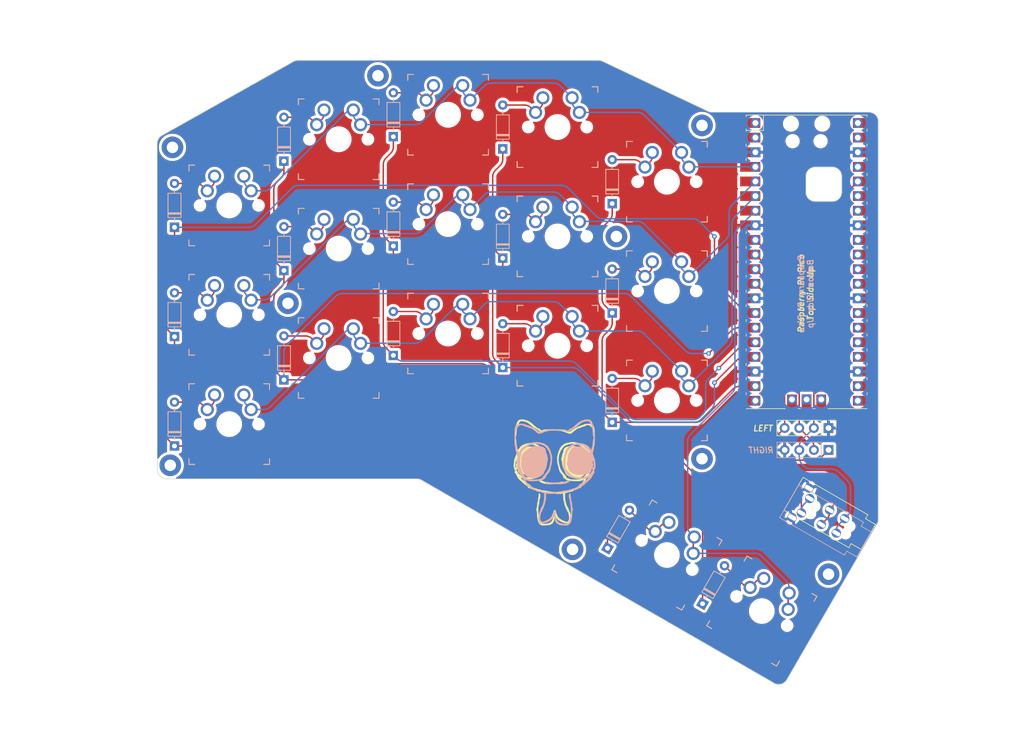
<source format=kicad_pcb>
(kicad_pcb (version 20221018) (generator pcbnew)
  (title_block (title "Eobard Split Keyboard") (date "2024-01-12") (rev "0.2.8") (company "by viniciusbrit"))
  (layers (0 "F.Cu" signal) (31 "B.Cu" signal) (34 "B.Paste" user) (35 "F.Paste" user) (36 "B.SilkS" user "B.Silkscreen") (37 "F.SilkS" user "F.Silkscreen") (38 "B.Mask" user) (39 "F.Mask" user) (44 "Edge.Cuts" user))
  (net 0 "")
  (net 1 "COL1")
  (net 2 "Net-(D1-A)")
  (net 3 "COL2")
  (net 4 "Net-(D2-A)")
  (net 5 "COL3")
  (net 6 "Net-(D3-A)")
  (net 7 "COL4")
  (net 8 "Net-(D4-A)")
  (net 9 "COL5")
  (net 10 "Net-(D5-A)")
  (net 11 "Net-(D6-A)")
  (net 12 "Net-(D7-A)")
  (net 13 "Net-(D8-A)")
  (net 14 "Net-(D9-A)")
  (net 15 "Net-(D10-A)")
  (net 16 "Net-(D11-A)")
  (net 17 "Net-(D12-A)")
  (net 18 "Net-(D13-A)")
  (net 19 "Net-(D14-A)")
  (net 20 "Net-(D15-A)")
  (net 21 "Net-(D16-A)")
  (net 22 "Net-(D17-A)")
  (net 23 "GND")
  (net 24 "UART RX")
  (net 25 "UART TX")
  (net 26 "OLED_SCL")
  (net 27 "OLED_SDA")
  (net 28 "VCC")
  (net 29 "LINE1")
  (net 30 "LINE2")
  (net 31 "LINE3")
  (net 32 "LINE4")
  (footprint "keyswitches:SW_MX_reversible" (layer "F.Cu") (at 109.5 52.695)
    (fp_text reference "SW2" hide)
    (fp_text value "SW_SPST")
  )
  (footprint "keyswitches:SW_MX_reversible" (layer "F.Cu") (at 128.5 67.445)
    (fp_text reference "SW8" hide)
    (fp_text value "SW_SPST")
  )
  (footprint "keyswitches:SW_MX_reversible" (layer "F.Cu") (at 109.5 71.695)
    (fp_text reference "SW7" hide)
    (fp_text value "SW_SPST")
  )
  (footprint "keyswitches:SW_MX_reversible" (layer "F.Cu") (at 166.5 98.07)
    (fp_text reference "SW15" hide)
    (fp_text value "SW_SPST")
  )
  (footprint "keyswitches:SW_MX_reversible" (layer "F.Cu") (at 147.5 88.57)
    (fp_text reference "SW14" hide)
    (fp_text value "SW_SPST")
  )
  (footprint "Diode_THT:D_DO-35_SOD27_P7.62mm_Horizontal" (layer "F.Cu") (at 119 71.245 90)
    (fp_text reference "D8" hide)
    (fp_text value "1N4148")
  )
  (footprint "Diode_THT:D_DO-35_SOD27_P7.62mm_Horizontal" (layer "F.Cu") (at 100 56.495 90)
    (fp_text reference "D2" hide)
    (fp_text value "1N4148")
  )
  (footprint "keyswitches:SW_MX_reversible" (layer "F.Cu") (at 147.5 50.57)
    (fp_text reference "SW4" hide)
    (fp_text value "SW_SPST")
  )
  (footprint "keyswitches:SW_MX_reversible" (layer "F.Cu") (at 147.5 69.57)
    (fp_text reference "SW9" hide)
    (fp_text value "SW_SPST")
  )
  (footprint "Diode_THT:D_DO-35_SOD27_P7.62mm_Horizontal" (layer "F.Cu") (at 119 90.245 90)
    (fp_text reference "D13" hide)
    (fp_text value "1N4148")
  )
  (footprint "Diode_THT:D_DO-35_SOD27_P7.62mm_Horizontal" (layer "F.Cu") (at 138 54.37 90)
    (fp_text reference "D4" hide)
    (fp_text value "1N4148")
  )
  (footprint "Connector_PinHeader_2.54mm:PinHeader_1x04_P2.54mm_Vertical" (layer "F.Cu") (at 194.554 102.87 -90)
    (fp_text reference "J4" hide)
    (fp_text value "LEFT SSD1306 0.91 OLED 4pin")
  )
  (footprint "keyswitches:SW_MX_reversible" (layer "F.Cu") (at 182.976 134.673 -30)
    (fp_text reference "SW17" hide)
    (fp_text value "SW_SPST")
  )
  (footprint "keyswitches:SW_MX_reversible" (layer "F.Cu") (at 90.5 64.195)
    (fp_text reference "SW1" hide)
    (fp_text value "SW_SPST")
  )
  (footprint "MCU_RaspberryPi_and_Boards:RPi_Pico_SMD_TH" (layer "F.Cu") (at 190.754 74)
    (fp_text reference "U1" hide)
    (fp_text value "Pico")
  )
  (footprint "Diode_THT:D_DO-35_SOD27_P7.62mm_Horizontal" (layer "F.Cu") (at 119 52.245 90)
    (fp_text reference "D3" hide)
    (fp_text value "1N4148")
  )
  (footprint "keyswitches:SW_MX_reversible" (layer "F.Cu") (at 90.5 83.195)
    (fp_text reference "SW6" hide)
    (fp_text value "SW_SPST")
  )
  (footprint "keyswitches:SW_MX_reversible" (layer "F.Cu") (at 109.5 90.695)
    (fp_text reference "SW12" hide)
    (fp_text value "SW_SPST")
  )
  (footprint "keyswitches:SW_MX_reversible" (layer "F.Cu") (at 166.5 79.07)
    (fp_text reference "SW10" hide)
    (fp_text value "SW_SPST")
  )
  (footprint "Diode_THT:D_DO-35_SOD27_P7.62mm_Horizontal" (layer "F.Cu") (at 81 67.995 90)
    (fp_text reference "D1" hide)
    (fp_text value "1N4148")
  )
  (footprint "Diode_THT:D_DO-35_SOD27_P7.62mm_Horizontal" (layer "F.Cu") (at 81 86.995 90)
    (fp_text reference "D6" hide)
    (fp_text value "1N4148")
  )
  (footprint "keyswitches:SW_MX_reversible" (layer "F.Cu") (at 128.5 86.445)
    (fp_text reference "SW13" hide)
    (fp_text value "SW_SPST")
  )
  (footprint "Diode_THT:D_DO-35_SOD27_P7.62mm_Horizontal" (layer "F.Cu") (at 100 75.495 90)
    (fp_text reference "D7" hide)
    (fp_text value "1N4148")
  )
  (footprint "PJ-320A_Library:PJ-320A" (layer "F.Cu") (at 200.368031 123.703 150)
    (fp_text reference "J3" hide)
    (fp_text value "UART Jack Right")
  )
  (footprint "Diode_THT:D_DO-35_SOD27_P7.62mm_Horizontal" (layer "F.Cu") (at 157 101.87 90)
    (fp_text reference "D15" hide)
    (fp_text value "1N4148")
  )
  (footprint "Diode_THT:D_DO-35_SOD27_P7.62mm_Horizontal" (layer "F.Cu") (at 138 73.37 90)
    (fp_text reference "D9" hide)
    (fp_text value "1N4148")
  )
  (footprint "Eobard-SVG-Files:ADHD-Creature" (layer "F.Cu") (at 147 110)
    (fp_text reference "G***" hide)
    (fp_text value "LOGO" hide)
  )
  (footprint "Diode_THT:D_DO-35_SOD27_P7.62mm_Horizontal" (layer "F.Cu") (at 138 92.37 90)
    (fp_text reference "D14" hide)
    (fp_text value "1N4148")
  )
  (footprint "keyswitches:SW_MX_reversible" (layer "F.Cu") (at 166.5 124.94 -30)
    (fp_text reference "SW16" hide)
    (fp_text value "SW_SPST")
  )
  (footprint "Diode_THT:D_DO-35_SOD27_P7.62mm_Horizontal" (layer "F.Cu") (at 157 82.87 90)
    (fp_text reference "D10" hide)
    (fp_text value "1N4148")
  )
  (footprint "Diode_THT:D_DO-35_SOD27_P7.62mm_Horizontal" (layer "F.Cu") (at 81 105.995 90)
    (fp_text reference "D11" hide)
    (fp_text value "1N4148")
  )
  (footprint "keyswitches:SW_MX_reversible" (layer "F.Cu") (at 90.5 102.195)
    (fp_text reference "SW11" hide)
    (fp_text value "SW_SPST")
  )
  (footprint "Diode_THT:D_DO-35_SOD27_P7.62mm_Horizontal" (layer "F.Cu") (at 157 63.87 90)
    (fp_text reference "D5" hide)
    (fp_text value "1N4148" hide)
  )
  (footprint "keyswitches:SW_MX_reversible" (layer "F.Cu") (at 128.5 48.445)
    (fp_text reference "SW3" hide)
    (fp_text value "SW_SPST")
  )
  (footprint "Diode_THT:D_DO-35_SOD27_P7.62mm_Horizontal" (layer "F.Cu") (at 100 94.495 90)
    (fp_text reference "D12" hide)
    (fp_text value "1N4148")
  )
  (footprint "Diode_THT:D_DO-35_SOD27_P7.62mm_Horizontal" (layer "F.Cu") (at 172.689 133.400557 60)
    (fp_text reference "D17" hide)
    (fp_text value "1N4148")
  )
  (footprint "Diode_THT:D_DO-35_SOD27_P7.62mm_Horizontal" (layer "F.Cu") (at 156.179 123.748557 60)
    (fp_text reference "D16" hide)
    (fp_text value "1N4148")
  )
  (footprint "keyswitches:SW_MX_reversible" (layer "F.Cu") (at 166.5 60.07)
    (fp_text reference "SW5" hide)
    (fp_text value "SW_SPST")
  )
  (footprint "Diode_THT:D_DO-35_SOD27_P7.62mm_Horizontal" (layer "B.Cu") (at 138 73.37 90)
    (fp_text reference "D9" hide)
    (fp_text value "1N4148")
  )
  (footprint "Diode_THT:D_DO-35_SOD27_P7.62mm_Horizontal" (layer "B.Cu") (at 172.689 133.400557 60)
    (fp_text reference "D17" hide)
    (fp_text value "1N4148")
  )
  (footprint "Diode_THT:D_DO-35_SOD27_P7.62mm_Horizontal" (layer "B.Cu") (at 157 63.87 90)
    (fp_text reference "D5" hide)
    (fp_text value "1N4148" hide)
  )
  (footprint "Diode_THT:D_DO-35_SOD27_P7.62mm_Horizontal" (layer "B.Cu") (at 156.179 123.748557 60)
    (fp_text reference "D16" hide)
    (fp_text value "1N4148")
  )
  (footprint "Diode_THT:D_DO-35_SOD27_P7.62mm_Horizontal" (layer "B.Cu") (at 81 67.995 90)
    (fp_text reference "D1" hide)
    (fp_text value "1N4148")
  )
  (footprint "Diode_THT:D_DO-35_SOD27_P7.62mm_Horizontal" (layer "B.Cu") (at 119 52.245 90)
    (fp_text reference "D3" hide)
    (fp_text value "1N4148")
  )
  (footprint "Diode_THT:D_DO-35_SOD27_P7.62mm_Horizontal" (layer "B.Cu") (at 81 105.995 90)
    (fp_text reference "D11" hide)
    (fp_text value "1N4148")
  )
  (footprint "Diode_THT:D_DO-35_SOD27_P7.62mm_Horizontal" (layer "B.Cu") (at 157 82.87 90)
    (fp_text reference "D10" hide)
    (fp_text value "1N4148")
  )
  (footprint "Diode_THT:D_DO-35_SOD27_P7.62mm_Horizontal" (layer "B.Cu") (at 100 75.495 90)
    (fp_text reference "D7" hide)
    (fp_text value "1N4148")
  )
  (footprint "Diode_THT:D_DO-35_SOD27_P7.62mm_Horizontal" (layer "B.Cu") (at 138 54.37 90)
    (fp_text reference "D4" hide)
    (fp_text value "1N4148")
  )
  (footprint "Diode_THT:D_DO-35_SOD27_P7.62mm_Horizontal" (layer "B.Cu") (at 119 90.245 90)
    (fp_text reference "D13" hide)
    (fp_text value "1N4148")
  )
  (footprint "Eobard-SVG-Files:ADHD-Creature" (layer "B.Cu") (at 147 110 180)
    (fp_text reference "G***" hide)
    (fp_text value "LOGO" hide)
  )
  (footprint "Diode_THT:D_DO-35_SOD27_P7.62mm_Horizontal" (layer "B.Cu") (at 81 86.995 90)
    (fp_text reference "D6" hide)
    (fp_text value "1N4148")
  )
  (footprint "Connector_PinHeader_2.54mm:PinHeader_1x04_P2.54mm_Vertical" (layer "B.Cu") (at 194.564 106.68 90)
    (fp_text reference "J2" hide)
    (fp_text value "RIGHT SSD1306 0.91 OLED 4pin")
  )
  (footprint "Diode_THT:D_DO-35_SOD27_P7.62mm_Horizontal" (layer "B.Cu") (at 138 92.37 90)
    (fp_text reference "D14" hide)
    (fp_text value "1N4148")
  )
  (footprint "Diode_THT:D_DO-35_SOD27_P7.62mm_Horizontal" (layer "B.Cu") (at 157 101.87 90)
    (fp_text reference "D15" hide)
    (fp_text value "1N4148")
  )
  (footprint "Diode_THT:D_DO-35_SOD27_P7.62mm_Horizontal" (layer "B.Cu") (at 100 56.495 90)
    (fp_text reference "D2" hide)
    (fp_text value "1N4148")
  )
  (footprint "Diode_THT:D_DO-35_SOD27_P7.62mm_Horizontal" (layer "B.Cu") (at 119 71.245 90)
    (fp_text reference "D8" hide)
    (fp_text value "1N4148")
  )
  (footprint "Diode_THT:D_DO-35_SOD27_P7.62mm_Horizontal" (layer "B.Cu") (at 100 94.495 90)
    (fp_text reference "D12" hide)
    (fp_text value "1N4148")
  )
  (footprint "PJ-320A_Library:PJ-320A" (layer "B.Cu") (at 201.818031 121.193 150)
    (fp_text reference "J1" hide)
    (fp_text value "UART JACK LEFT")
  )
  (gr_line (start 154.637575 39) (end 102.421741 39) (stroke (width 0.1)) (layer "Edge.Cuts"))
  (gr_line (start 195.24 63.5) (end 192.237 63.5) (stroke (width 0.1)) (layer "Edge.Cuts"))
  (gr_arc (start 201.59 48.006) (mid 202.728442 48.477558) (end 203.2 49.616) (stroke (width 0.1)) (layer "Edge.Cuts"))
  (gr_arc (start 195.24 57.531) (mid 196.378442 58.002558) (end 196.85 59.141) (stroke (width 0.1)) (layer "Edge.Cuts"))
  (gr_line (start 187.304751 146.6086) (end 202.983682 119.50001) (stroke (width 0.1)) (layer "Edge.Cuts"))
  (gr_line (start 203.2 118.693939) (end 203.2 49.616) (stroke (width 0.1)) (layer "Edge.Cuts"))
  (gr_line (start 192.237 57.531) (end 195.24 57.531) (stroke (width 0.1)) (layer "Edge.Cuts"))
  (gr_arc (start 187.304751 146.6086) (mid 186.327847 147.357648) (end 185.107283 147.19753) (stroke (width 0.1)) (layer "Edge.Cuts"))
  (gr_line (start 79.61 111.7) (end 123.069353 111.7) (stroke (width 0.1)) (layer "Edge.Cuts"))
  (gr_line (start 190.627 61.89) (end 190.627 59.141) (stroke (width 0.1)) (layer "Edge.Cuts"))
  (gr_arc (start 190.627 59.141) (mid 191.098558 58.002558) (end 192.237 57.531) (stroke (width 0.1)) (layer "Edge.Cuts"))
  (gr_line (start 185.107283 147.19753) (end 123.873139 111.914999) (stroke (width 0.1)) (layer "Edge.Cuts"))
  (gr_arc (start 203.2 118.693939) (mid 203.144971 119.111231) (end 202.983682 119.50001) (stroke (width 0.1)) (layer "Edge.Cuts"))
  (gr_arc (start 174.352425 48.006) (mid 173.998846 47.9667) (end 173.662534 47.8507) (stroke (width 0.1)) (layer "Edge.Cuts"))
  (gr_arc (start 123.069353 111.7) (mid 123.485375 111.754678) (end 123.873139 111.914999) (stroke (width 0.1)) (layer "Edge.Cuts"))
  (gr_arc (start 79.61 111.7) (mid 78.471558 111.228442) (end 78 110.09) (stroke (width 0.1)) (layer "Edge.Cuts"))
  (gr_arc (start 196.85 61.89) (mid 196.378442 63.028442) (end 195.24 63.5) (stroke (width 0.1)) (layer "Edge.Cuts"))
  (gr_line (start 101.63242 39.206763) (end 78.82068 52.038368) (stroke (width 0.1)) (layer "Edge.Cuts"))
  (gr_arc (start 101.63242 39.206763) (mid 102.013766 39.052558) (end 102.421741 39) (stroke (width 0.1)) (layer "Edge.Cuts"))
  (gr_arc (start 78 53.441604) (mid 78.220233 52.628802) (end 78.82068 52.038368) (stroke (width 0.1)) (layer "Edge.Cuts"))
  (gr_arc (start 154.637575 39) (mid 154.991154 39.0393) (end 155.327466 39.1553) (stroke (width 0.1)) (layer "Edge.Cuts"))
  (gr_line (start 173.662534 47.8507) (end 155.327466 39.1553) (stroke (width 0.1)) (layer "Edge.Cuts"))
  (gr_line (start 78 53.441604) (end 78 110.09) (stroke (width 0.1)) (layer "Edge.Cuts"))
  (gr_line (start 196.85 59.141) (end 196.85 61.89) (stroke (width 0.1)) (layer "Edge.Cuts"))
  (gr_line (start 201.59 48.006) (end 174.352425 48.006) (stroke (width 0.1)) (layer "Edge.Cuts"))
  (gr_arc (start 192.237 63.5) (mid 191.098558 63.028442) (end 190.627 61.89) (stroke (width 0.1)) (layer "Edge.Cuts"))
  (gr_text "RIGHT" (at 185.166 107.315) (layer "B.SilkS") (effects (font (size 1 1) (thickness 0.2) bold italic) (justify left bottom mirror)))
  (gr_text "Raspberry Pi Pico\nBottom Side Up" (at 192 79.5 90) (layer "B.SilkS") (effects (font (size 1 1) (thickness 0.2) bold italic) (justify bottom mirror)))
  (gr_text "LEFT" (at 181.356 103.505) (layer "F.SilkS") (effects (font (size 1 1) (thickness 0.2) bold italic) (justify left bottom)))
  (gr_text "Raspberry Pi Pico\nTop Side Up" (at 192 79.5 90) (layer "F.SilkS") (effects (font (size 1 1) (thickness 0.2) bold italic) (justify bottom)))
  (via (at 172.593 108.204) (size 3.75) (drill 2) (layers "F.Cu" "B.Cu") (net 0))
  (via (at 100.7 81.2) (size 3.75) (drill 2) (layers "F.Cu" "B.Cu") (net 0))
  (via (at 194.564 128.27) (size 3.75) (drill 2) (layers "F.Cu" "B.Cu") (net 0))
  (via (at 150.114 123.952) (size 3.75) (drill 2) (layers "F.Cu" "B.Cu") (net 0))
  (via (at 172.593 50.292) (size 3.75) (drill 2) (layers "F.Cu" "B.Cu") (net 0))
  (via (at 80.264 109.347) (size 3.75) (drill 2) (layers "F.Cu" "B.Cu") (net 0))
  (via (at 157.734 69.596) (size 3.75) (drill 2) (layers "F.Cu" "B.Cu") (net 0))
  (via (at 80.645 54.102) (size 3.75) (drill 2) (layers "F.Cu" "B.Cu") (net 0))
  (via (at 116.332 41.656) (size 3.75) (drill 2) (layers "F.Cu" "B.Cu") (net 0))
  (segment (start 181.082427 82.89) (end 181.864 82.89) (width 0.25) (layer "F.Cu") (net 1))
  (segment (start 81 69.767116) (end 81 67.995) (width 0.25) (layer "F.Cu") (net 1))
  (segment (start 137.444488 94.234) (end 145.25472 94.234) (width 0.25) (layer "F.Cu") (net 1))
  (segment (start 174.752 69.596) (end 174.752 76.559573) (width 0.25) (layer "F.Cu") (net 1))
  (segment (start 81 105.995) (end 79.719558 104.714558) (width 0.25) (layer "F.Cu") (net 1))
  (segment (start 105.179568 94.996) (end 114.649116 94.996) (width 0.25) (layer "F.Cu") (net 1))
  (segment (start 93.985242 105.523442) (end 104.041126 95.467558) (width 0.25) (layer "F.Cu") (net 1))
  (segment (start 135.217162 92.673558) (end 136.306046 93.762442) (width 0.25) (layer "F.Cu") (net 1))
  (segment (start 79.719558 90.714442) (end 80.528442 89.905558) (width 0.25) (layer "F.Cu") (net 1))
  (segment (start 175.337787 77.973787) (end 179.668214 82.304214) (width 0.25) (layer "F.Cu") (net 1))
  (segment (start 115.787558 94.524442) (end 117.638442 92.673558) (width 0.25) (layer "F.Cu") (net 1))
  (segment (start 79.719558 71.714442) (end 80.528442 70.905558) (width 0.25) (layer "F.Cu") (net 1))
  (segment (start 118.776884 92.202) (end 134.07872 92.202) (width 0.25) (layer "F.Cu") (net 1))
  (segment (start 79.248 84.576116) (end 79.248 72.852884) (width 0.25) (layer "F.Cu") (net 1))
  (segment (start 79.248 103.576116) (end 79.248 91.852884) (width 0.25) (layer "F.Cu") (net 1))
  (segment (start 81 86.995) (end 79.719558 85.714558) (width 0.25) (layer "F.Cu") (net 1))
  (segment (start 146.393162 94.705558) (end 155.707442 104.019838) (width 0.25) (layer "F.Cu") (net 1))
  (segment (start 81 88.767116) (end 81 86.995) (width 0.25) (layer "F.Cu") (net 1))
  (segment (start 156.179 105.15828) (end 156.179 123.748557) (width 0.25) (layer "F.Cu") (net 1))
  (segment (start 81 105.995) (end 92.8468 105.995) (width 0.25) (layer "F.Cu") (net 1))
  (via (at 174.752 69.596) (size 0.8) (drill 0.4) (layers "F.Cu" "B.Cu") (net 1))
  (arc (start 115.787558 94.524442) (mid 115.265236 94.873446) (end 114.649116 94.996) (width 0.25) (layer "F.Cu") (net 1))
  (arc (start 145.25472 94.234) (mid 145.87084 94.356554) (end 146.393162 94.705558) (width 0.25) (layer "F.Cu") (net 1))
  (arc (start 79.719558 71.714442) (mid 79.370554 72.236764) (end 79.248 72.852884) (width 0.25) (layer "F.Cu") (net 1))
  (arc (start 179.668214 82.304214) (mid 180.31706 82.737759) (end 181.082427 82.89) (width 0.25) (layer "F.Cu") (net 1))
  (arc (start 174.752 76.559573) (mid 174.904241 77.32494) (end 175.337787 77.973787) (width 0.25) (layer "F.Cu") (net 1))
  (arc (start 105.179568 94.996) (mid 104.563448 95.118554) (end 104.041126 95.467558) (width 0.25) (layer "F.Cu") (net 1))
  (arc (start 117.638442 92.673558) (mid 118.160764 92.324554) (end 118.776884 92.202) (width 0.25) (layer "F.Cu") (net 1))
  (arc (start 134.07872 92.202) (mid 134.69484 92.324554) (end 135.217162 92.673558) (width 0.25) (layer "F.Cu") (net 1))
  (arc (start 79.719558 104.714558) (mid 79.370554 104.192236) (end 79.248 103.576116) (width 0.25) (layer "F.Cu") (net 1))
  (arc (start 93.985242 105.523442) (mid 93.46292 105.872446) (end 92.8468 105.995) (width 0.25) (layer "F.Cu") (net 1))
  (arc (start 79.248 91.852884) (mid 79.370554 91.236764) (end 79.719558 90.714442) (width 0.25) (layer "F.Cu") (net 1))
  (arc (start 80.528442 70.905558) (mid 80.877446 70.383236) (end 81 69.767116) (width 0.25) (layer "F.Cu") (net 1))
  (arc (start 156.179 105.15828) (mid 156.056446 104.54216) (end 155.707442 104.019838) (width 0.25) (layer "F.Cu") (net 1))
  (arc (start 79.719558 85.714558) (mid 79.370554 85.192236) (end 79.248 84.576116) (width 0.25) (layer "F.Cu") (net 1))
  (arc (start 137.444488 94.234) (mid 136.828368 94.111446) (end 136.306046 93.762442) (width 0.25) (layer "F.Cu") (net 1))
  (arc (start 81 88.767116) (mid 80.877446 89.383236) (end 80.528442 89.905558) (width 0.25) (layer "F.Cu") (net 1))
  (segment (start 149.350558 61.177558) (end 154.214442 66.041442) (width 0.25) (layer "B.Cu") (net 1))
  (segment (start 102.520884 60.706) (end 138.176 60.706) (width 0.25) (layer "B.Cu") (net 1))
  (segment (start 101.346 61.214) (end 101.382442 61.177558) (width 0.25) (layer "B.Cu") (net 1))
  (segment (start 81 67.995) (end 93.898116 67.995) (width 0.25) (layer "B.Cu") (net 1))
  (segment (start 95.036558 67.523442) (end 101.346 61.214) (width 0.25) (layer "B.Cu") (net 1))
  (segment (start 138.176 60.706) (end 148.212116 60.706) (width 0.25) (layer "B.Cu") (net 1))
  (segment (start 155.352884 66.513) (end 171.002116 66.513) (width 0.25) (layer "B.Cu") (net 1))
  (segment (start 172.140558 66.984558) (end 174.752 69.596) (width 0.25) (layer "B.Cu") (net 1))
  (arc (start 102.520884 60.706) (mid 101.904764 60.828554) (end 101.382442 61.177558) (width 0.25) (layer "B.Cu") (net 1))
  (arc (start 155.352884 66.513) (mid 154.736764 66.390446) (end 154.214442 66.041442) (width 0.25) (layer "B.Cu") (net 1))
  (arc (start 148.212116 60.706) (mid 148.828236 60.828554) (end 149.350558 61.177558) (width 0.25) (layer "B.Cu") (net 1))
  (arc (start 172.140558 66.984558) (mid 171.618236 66.635554) (end 171.002116 66.513) (width 0.25) (layer "B.Cu") (net 1))
  (arc (start 95.036558 67.523442) (mid 94.514236 67.872446) (end 93.898116 67.995) (width 0.25) (layer "B.Cu") (net 1))
  (segment (start 87.96 59.718116) (end 87.96 59.115) (width 0.25) (layer "F.Cu") (net 2))
  (segment (start 86.69 61.655) (end 87.488442 60.856558) (width 0.25) (layer "F.Cu") (net 2))
  (segment (start 85.881558 60.846558) (end 86.69 61.655) (width 0.25) (layer "F.Cu") (net 2))
  (segment (start 81 60.375) (end 84.743116 60.375) (width 0.25) (layer "F.Cu") (net 2))
  (arc (start 85.881558 60.846558) (mid 85.359236 60.497554) (end 84.743116 60.375) (width 0.25) (layer "F.Cu") (net 2))
  (arc (start 87.488442 60.856558) (mid 87.837446 60.334236) (end 87.96 59.718116) (width 0.25) (layer "F.Cu") (net 2))
  (segment (start 100 94.495) (end 98.719558 93.214558) (width 0.25) (layer "F.Cu") (net 3))
  (segment (start 100 77.267116) (end 100 75.495) (width 0.25) (layer "F.Cu") (net 3))
  (segment (start 155.230442 102.906442) (end 146.521558 94.197558) (width 0.25) (layer "F.Cu") (net 3))
  (segment (start 98.719558 60.214442) (end 99.528442 59.405558) (width 0.25) (layer "F.Cu") (net 3))
  (segment (start 134.207116 91.694) (end 118.522884 91.694) (width 0.25) (layer "F.Cu") (net 3))
  (segment (start 136.434442 93.254442) (end 135.345558 92.165558) (width 0.25) (layer "F.Cu") (net 3))
  (segment (start 163.163116 103.378) (end 156.368884 103.378) (width 0.25) (layer "F.Cu") (net 3))
  (segment (start 100 75.495) (end 98.719558 74.214558) (width 0.25) (layer "F.Cu") (net 3))
  (segment (start 114.388116 94.495) (end 100 94.495) (width 0.25) (layer "F.Cu") (net 3))
  (segment (start 98.719558 79.214442) (end 99.528442 78.405558) (width 0.25) (layer "F.Cu") (net 3))
  (segment (start 145.383116 93.726) (end 137.572884 93.726) (width 0.25) (layer "F.Cu") (net 3))
  (segment (start 179.050427 85.43) (end 181.864 85.43) (width 0.25) (layer "F.Cu") (net 3))
  (segment (start 172.689 133.400557) (end 172.689 112.903884) (width 0.25) (layer "F.Cu") (net 3))
  (segment (start 173.736 89.916) (end 177.636214 86.015786) (width 0.25) (layer "F.Cu") (net 3))
  (segment (start 98.248 73.076116) (end 98.248 61.352884) (width 0.25) (layer "F.Cu") (net 3))
  (segment (start 100 58.267116) (end 100 56.495) (width 0.25) (layer "F.Cu") (net 3))
  (segment (start 117.384442 92.165558) (end 115.526558 94.023442) (width 0.25) (layer "F.Cu") (net 3))
  (segment (start 172.217442 111.765442) (end 164.301558 103.849558) (width 0.25) (layer "F.Cu") (net 3))
  (segment (start 98.248 92.076116) (end 98.248 80.352884) (width 0.25) (layer "F.Cu") (net 3))
  (via (at 173.736 89.916) (size 0.8) (drill 0.4) (layers "F.Cu" "B.Cu") (net 3))
  (arc (start 98.719558 74.214558) (mid 98.370554 73.692236) (end 98.248 73.076116) (width 0.25) (layer "F.Cu") (net 3))
  (arc (start 155.230442 102.906442) (mid 155.752764 103.255446) (end 156.368884 103.378) (width 0.25) (layer "F.Cu") (net 3))
  (arc (start 179.050427 85.43) (mid 178.28506 85.582241) (end 177.636214 86.015786) (width 0.25) (layer "F.Cu") (net 3))
  (arc (start 98.248 61.352884) (mid 98.370554 60.736764) (end 98.719558 60.214442) (width 0.25) (layer "F.Cu") (net 3))
  (arc (start 98.719558 93.214558) (mid 98.370554 92.692236) (end 98.248 92.076116) (width 0.25) (layer "F.Cu") (net 3))
  (arc (start 100 77.267116) (mid 99.877446 77.883236) (end 99.528442 78.405558) (width 0.25) (layer "F.Cu") (net 3))
  (arc (start 118.522884 91.694) (mid 117.906764 91.816554) (end 117.384442 92.165558) (width 0.25) (layer "F.Cu") (net 3))
  (arc (start 98.248 80.352884) (mid 98.370554 79.736764) (end 98.719558 79.214442) (width 0.25) (layer "F.Cu") (net 3))
  (arc (start 172.217442 111.765442) (mid 172.566446 112.287764) (end 172.689 112.903884) (width 0.25) (layer "F.Cu") (net 3))
  (arc (start 145.383116 93.726) (mid 145.999236 93.848554) (end 146.521558 94.197558) (width 0.25) (layer "F.Cu") (net 3))
  (arc (start 164.301558 103.849558) (mid 163.779236 103.500554) (end 163.163116 103.378) (width 0.25) (layer "F.Cu") (net 3))
  (arc (start 134.207116 91.694) (mid 134.823236 91.816554) (end 135.345558 92.165558) (width 0.25) (layer "F.Cu") (net 3))
  (arc (start 114.388116 94.495) (mid 115.004236 94.372446) (end 115.526558 94.023442) (width 0.25) (layer "F.Cu") (net 3))
  (arc (start 100 58.267116) (mid 99.877446 58.883236) (end 99.528442 59.405558) (width 0.25) (layer "F.Cu") (net 3))
  (arc (start 137.572884 93.726) (mid 136.956764 93.603446) (end 136.434442 93.254442) (width 0.25) (layer "F.Cu") (net 3))
  (segment (start 170.846884 89.916) (end 173.736 89.916) (width 0.25) (layer "B.Cu") (net 3))
  (segment (start 100 94.495) (end 100 89.642884) (width 0.25) (layer "B.Cu") (net 3))
  (segment (start 160.237558 79.973558) (end 169.708442 89.444442) (width 0.25) (layer "B.Cu") (net 3))
  (segment (start 100.471558 88.504442) (end 103.378 85.598) (width 0.25) (layer "B.Cu") (net 3))
  (segment (start 103.378 85.598) (end 109.002442 79.973558) (width 0.25) (layer "B.Cu") (net 3))
  (segment (start 144.272 79.502) (end 159.099116 79.502) (width 0.25) (layer "B.Cu") (net 3))
  (segment (start 110.140884 79.502) (end 144.272 79.502) (width 0.25) (layer "B.Cu") (net 3))
  (arc (start 159.099116 79.502) (mid 159.715236 79.624554) (end 160.237558 79.973558) (width 0.25) (layer "B.Cu") (net 3))
  (arc (start 169.708442 89.444442) (mid 170.230764 89.793446) (end 170.846884 89.916) (width 0.25) (layer "B.Cu") (net 3))
  (arc (start 100.471558 88.504442) (mid 100.122554 89.026764) (end 100 89.642884) (width 0.25) (layer "B.Cu") (net 3))
  (arc (start 109.002442 79.973558) (mid 109.524764 79.624554) (end 110.140884 79.502) (width 0.25) (layer "B.Cu") (net 3))
  (segment (start 104.881558 49.346558) (end 105.69 50.155) (width 0.25) (layer "F.Cu") (net 4))
  (segment (start 100 48.875) (end 103.743116 48.875) (width 0.25) (layer "F.Cu") (net 4))
  (segment (start 105.69 50.155) (end 106.488442 49.356558) (width 0.25) (layer "F.Cu") (net 4))
  (segment (start 106.96 48.218116) (end 106.96 47.615) (width 0.25) (layer "F.Cu") (net 4))
  (arc (start 103.743116 48.875) (mid 104.359236 48.997554) (end 104.881558 49.346558) (width 0.25) (layer "F.Cu") (net 4))
  (arc (start 106.96 48.218116) (mid 106.837446 48.834236) (end 106.488442 49.356558) (width 0.25) (layer "F.Cu") (net 4))
  (segment (start 117.719558 74.964442) (end 118.528442 74.155558) (width 0.25) (layer "F.Cu") (net 5))
  (segment (start 119 54.017116) (end 119 52.245) (width 0.25) (layer "F.Cu") (net 5))
  (segment (start 180.828427 87.97) (end 181.864 87.97) (width 0.25) (layer "F.Cu") (net 5))
  (segment (start 117.248 68.826116) (end 117.248 57.102884) (width 0.25) (layer "F.Cu") (net 5))
  (segment (start 119 90.245) (end 117.719558 88.964558) (width 0.25) (layer "F.Cu") (net 5))
  (segment (start 119 71.245) (end 117.719558 69.964558) (width 0.25) (layer "F.Cu") (net 5))
  (segment (start 119 73.017116) (end 119 71.245) (width 0.25) (layer "F.Cu") (net 5))
  (segment (start 117.248 87.826116) (end 117.248 76.102884) (width 0.25) (layer "F.Cu") (net 5))
  (segment (start 175.514 92.456) (end 179.414214 88.555786) (width 0.25) (layer "F.Cu") (net 5))
  (segment (start 117.719558 55.964442) (end 118.528442 55.155558) (width 0.25) (layer "F.Cu") (net 5))
  (via (at 175.514 92.456) (size 0.8) (drill 0.4) (layers "F.Cu" "B.Cu") (net 5))
  (arc (start 119 73.017116) (mid 118.877446 73.633236) (end 118.528442 74.155558) (width 0.25) (layer "F.Cu") (net 5))
  (arc (start 179.414214 88.555786) (mid 180.06306 88.122241) (end 180.828427 87.97) (width 0.25) (layer "F.Cu") (net 5))
  (arc (start 117.719558 69.964558) (mid 117.370554 69.442236) (end 117.248 68.826116) (width 0.25) (layer "F.Cu") (net 5))
  (arc (start 119 54.017116) (mid 118.877446 54.633236) (end 118.528442 55.155558) (width 0.25) (layer "F.Cu") (net 5))
  (arc (start 117.248 76.102884) (mid 117.370554 75.486764) (end 117.719558 74.964442) (width 0.25) (layer "F.Cu") (net 5))
  (arc (start 117.719558 88.964558) (mid 117.370554 88.442236) (end 117.248 87.826116) (width 0.25) (layer "F.Cu") (net 5))
  (arc (start 117.248 57.102884) (mid 117.370554 56.486764) (end 117.719558 55.964442) (width 0.25) (layer "F.Cu") (net 5))
  (segment (start 150.772954 91.716558) (end 159.988838 100.932442) (width 0.25) (layer "B.Cu") (net 5))
  (segment (start 173.699558 94.270442) (end 175.514 92.456) (width 0.25) (layer "B.Cu") (net 5))
  (segment (start 172.243162 100.932442) (end 172.756442 100.419162) (width 0.25) (layer "B.Cu") (net 5))
  (segment (start 173.228 99.28072) (end 173.228 95.408884) (width 0.25) (layer "B.Cu") (net 5))
  (segment (start 120.666884 91.245) (end 149.634512 91.245) (width 0.25) (layer "B.Cu") (net 5))
  (segment (start 119 90.245) (end 119.528442 90.773442) (width 0.25) (layer "B.Cu") (net 5))
  (segment (start 161.12728 101.404) (end 171.10472 101.404) (width 0.25) (layer "B.Cu") (net 5))
  (arc (start 171.10472 101.404) (mid 171.72084 101.281446) (end 172.243162 100.932442) (width 0.25) (layer "B.Cu") (net 5))
  (arc (start 120.666884 91.245) (mid 120.050764 91.122446) (end 119.528442 90.773442) (width 0.25) (layer "B.Cu") (net 5))
  (arc (start 159.988838 100.932442) (mid 160.51116 101.281446) (end 161.12728 101.404) (width 0.25) (layer "B.Cu") (net 5))
  (arc (start 173.228 95.408884) (mid 173.350554 94.792764) (end 173.699558 94.270442) (width 0.25) (layer "B.Cu") (net 5))
  (arc (start 173.228 99.28072) (mid 173.105446 99.89684) (end 172.756442 100.419162) (width 0.25) (layer "B.Cu") (net 5))
  (arc (start 150.772954 91.716558) (mid 150.250632 91.367554) (end 149.634512 91.245) (width 0.25) (layer "B.Cu") (net 5))
  (segment (start 124.69 45.905) (end 125.488442 45.106558) (width 0.25) (layer "F.Cu") (net 6))
  (segment (start 119 44.625) (end 122.743116 44.625) (width 0.25) (layer "F.Cu") (net 6))
  (segment (start 125.96 43.968116) (end 125.96 43.365) (width 0.25) (layer "F.Cu") (net 6))
  (segment (start 123.881558 45.096558) (end 124.69 45.905) (width 0.25) (layer "F.Cu") (net 6))
  (arc (start 122.743116 44.625) (mid 123.359236 44.747554) (end 123.881558 45.096558) (width 0.25) (layer "F.Cu") (net 6))
  (arc (start 125.96 43.968116) (mid 125.837446 44.584236) (end 125.488442 45.106558) (width 0.25) (layer "F.Cu") (net 6))
  (segment (start 180.066427 90.51) (end 181.864 90.51) (width 0.25) (layer "F.Cu") (net 7))
  (segment (start 136.248 89.951116) (end 136.248 78.227884) (width 0.25) (layer "F.Cu") (net 7))
  (segment (start 136.248 70.951116) (end 136.248 59.227884) (width 0.25) (layer "F.Cu") (net 7))
  (segment (start 138 56.142116) (end 138 54.37) (width 0.25) (layer "F.Cu") (net 7))
  (segment (start 138 73.37) (end 136.719558 72.089558) (width 0.25) (layer "F.Cu") (net 7))
  (segment (start 136.719558 58.089442) (end 137.528442 57.280558) (width 0.25) (layer "F.Cu") (net 7))
  (segment (start 136.719558 77.089442) (end 137.528442 76.280558) (width 0.25) (layer "F.Cu") (net 7))
  (segment (start 138 92.37) (end 136.719558 91.089558) (width 0.25) (layer "F.Cu") (net 7))
  (segment (start 138 75.142116) (end 138 73.37) (width 0.25) (layer "F.Cu") (net 7))
  (segment (start 174.752 94.996) (end 178.652214 91.095786) (width 0.25) (layer "F.Cu") (net 7))
  (via (at 174.752 94.996) (size 0.8) (drill 0.4) (layers "F.Cu" "B.Cu") (net 7))
  (arc (start 136.248 59.227884) (mid 136.370554 58.611764) (end 136.719558 58.089442) (width 0.25) (layer "F.Cu") (net 7))
  (arc (start 138 75.142116) (mid 137.877446 75.758236) (end 137.528442 76.280558) (width 0.25) (layer "F.Cu") (net 7))
  (arc (start 136.248 78.227884) (mid 136.370554 77.611764) (end 136.719558 77.089442) (width 0.25) (layer "F.Cu") (net 7))
  (arc (start 138 56.142116) (mid 137.877446 56.758236) (end 137.528442 57.280558) (width 0.25) (layer "F.Cu") (net 7))
  (arc (start 136.248 70.951116) (mid 136.370554 71.567236) (end 136.719558 72.089558) (width 0.25) (layer "F.Cu") (net 7))
  (arc (start 180.066427 90.51) (mid 179.30106 90.662241) (end 178.652214 91.095786) (width 0.25) (layer "F.Cu") (net 7))
  (arc (start 136.248 89.951116) (mid 136.370554 90.567236) (end 136.719558 91.089558) (width 0.25) (layer "F.Cu") (net 7))
  (segment (start 174.752 98.393116) (end 174.752 94.996) (width 0.25) (layer "B.Cu") (net 7))
  (segment (start 160.940884 101.854) (end 171.291116 101.854) (width 0.25) (layer "B.Cu") (net 7))
  (segment (start 138 92.37) (end 150.123116 92.37) (width 0.25) (layer "B.Cu") (net 7))
  (segment (start 151.261558 92.841558) (end 159.802442 101.382442) (width 0.25) (layer "B.Cu") (net 7))
  (segment (start 174.280442 99.531558) (end 172.429558 101.382442) (width 0.25) (layer "B.Cu") (net 7))
  (arc (start 160.940884 101.854) (mid 160.324764 101.731446) (end 159.802442 101.382442) (width 0.25) (layer "B.Cu") (net 7))
  (arc (start 174.752 98.393116) (mid 174.629446 99.009236) (end 174.280442 99.531558) (width 0.25) (layer "B.Cu") (net 7))
  (arc (start 150.123116 92.37) (mid 150.739236 92.492554) (end 151.261558 92.841558) (width 0.25) (layer "B.Cu") (net 7))
  (arc (start 171.291116 101.854) (mid 171.907236 101.731446) (end 172.429558 101.382442) (width 0.25) (layer "B.Cu") (net 7))
  (segment (start 143.69 48.03) (end 144.488442 47.231558) (width 0.25) (layer "F.Cu") (net 8))
  (segment (start 138 46.75) (end 141.743116 46.75) (width 0.25) (layer "F.Cu") (net 8))
  (segment (start 144.96 46.093116) (end 144.96 45.49) (width 0.25) (layer "F.Cu") (net 8))
  (segment (start 142.881558 47.221558) (end 143.69 48.03) (width 0.25) (layer "F.Cu") (net 8))
  (arc (start 141.743116 46.75) (mid 142.359236 46.872554) (end 142.881558 47.221558) (width 0.25) (layer "F.Cu") (net 8))
  (arc (start 144.488442 47.231558) (mid 144.837446 46.709236) (end 144.96 46.093116) (width 0.25) (layer "F.Cu") (net 8))
  (segment (start 179.304427 95.59) (end 181.864 95.59) (width 0.25) (layer "F.Cu") (net 9))
  (segment (start 157 82.87) (end 155.719558 81.589558) (width 0.25) (layer "F.Cu") (net 9))
  (segment (start 157 101.87) (end 155.719558 100.589558) (width 0.25) (layer "F.Cu") (net 9))
  (segment (start 157 84.642116) (end 157 82.87) (width 0.25) (layer "F.Cu") (net 9))
  (segment (start 155.248 80.451116) (end 155.248 68.727884) (width 0.25) (layer "F.Cu") (net 9))
  (segment (start 157 65.642116) (end 157 63.87) (width 0.25) (layer "F.Cu") (net 9))
  (segment (start 157 101.87) (end 171.529116 101.87) (width 0.25) (layer "F.Cu") (net 9))
  (segment (start 155.719558 86.589442) (end 156.528442 85.780558) (width 0.25) (layer "F.Cu") (net 9))
  (segment (start 155.719558 67.589442) (end 156.528442 66.780558) (width 0.25) (layer "F.Cu") (net 9))
  (segment (start 172.667558 101.398442) (end 177.890214 96.175786) (width 0.25) (layer "F.Cu") (net 9))
  (segment (start 155.248 99.451116) (end 155.248 87.727884) (width 0.25) (layer "F.Cu") (net 9))
  (arc (start 155.248 68.727884) (mid 155.370554 68.111764) (end 155.719558 67.589442) (width 0.25) (layer "F.Cu") (net 9))
  (arc (start 171.529116 101.87) (mid 172.145236 101.747446) (end 172.667558 101.398442) (width 0.25) (layer "F.Cu") (net 9))
  (arc (start 179.304427 95.59) (mid 178.53906 95.742241) (end 177.890214 96.175786) (width 0.25) (layer "F.Cu") (net 9))
  (arc (start 155.248 87.727884) (mid 155.370554 87.111764) (end 155.719558 86.589442) (width 0.25) (layer "F.Cu") (net 9))
  (arc (start 157 65.642116) (mid 156.877446 66.258236) (end 156.528442 66.780558) (width 0.25) (layer "F.Cu") (net 9))
  (arc (start 157 84.642116) (mid 156.877446 85.258236) (end 156.528442 85.780558) (width 0.25) (layer "F.Cu") (net 9))
  (arc (start 155.248 80.451116) (mid 155.370554 81.067236) (end 155.719558 81.589558) (width 0.25) (layer "F.Cu") (net 9))
  (arc (start 155.248 99.451116) (mid 155.370554 100.067236) (end 155.719558 100.589558) (width 0.25) (layer "F.Cu") (net 9))
  (segment (start 161.881558 56.721558) (end 162.69 57.53) (width 0.25) (layer "F.Cu") (net 10))
  (segment (start 157 56.25) (end 160.743116 56.25) (width 0.25) (layer "F.Cu") (net 10))
  (segment (start 162.69 57.53) (end 163.488442 56.731558) (width 0.25) (layer "F.Cu") (net 10))
  (segment (start 163.96 55.593116) (end 163.96 54.99) (width 0.25) (layer "F.Cu") (net 10))
  (arc (start 163.96 55.593116) (mid 163.837446 56.209236) (end 163.488442 56.731558) (width 0.25) (layer "F.Cu") (net 10))
  (arc (start 161.881558 56.721558) (mid 161.359236 56.372554) (end 160.743116 56.25) (width 0.25) (layer "F.Cu") (net 10))
  (segment (start 81 79.375) (end 84.743116 79.375) (width 0.25) (layer "F.Cu") (net 11))
  (segment (start 87.96 78.718116) (end 87.96 78.115) (width 0.25) (layer "F.Cu") (net 11))
  (segment (start 85.881558 79.846558) (end 86.69 80.655) (width 0.25) (layer "F.Cu") (net 11))
  (segment (start 86.69 80.655) (end 87.488442 79.856558) (width 0.25) (layer "F.Cu") (net 11))
  (arc (start 87.488442 79.856558) (mid 87.837446 79.334236) (end 87.96 78.718116) (width 0.25) (layer "F.Cu") (net 11))
  (arc (start 84.743116 79.375) (mid 85.359236 79.497554) (end 85.881558 79.846558) (width 0.25) (layer "F.Cu") (net 11))
  (segment (start 100 67.875) (end 103.743116 67.875) (width 0.25) (layer "F.Cu") (net 12))
  (segment (start 104.881558 68.346558) (end 105.69 69.155) (width 0.25) (layer "F.Cu") (net 12))
  (segment (start 106.96 67.218116) (end 106.96 66.615) (width 0.25) (layer "F.Cu") (net 12))
  (segment (start 105.69 69.155) (end 106.488442 68.356558) (width 0.25) (layer "F.Cu") (net 12))
  (arc (start 104.881558 68.346558) (mid 104.359236 67.997554) (end 103.743116 67.875) (width 0.25) (layer "F.Cu") (net 12))
  (arc (start 106.96 67.218116) (mid 106.837446 67.834236) (end 106.488442 68.356558) (width 0.25) (layer "F.Cu") (net 12))
  (segment (start 125.96 62.968116) (end 125.96 62.365) (width 0.25) (layer "F.Cu") (net 13))
  (segment (start 124.69 64.905) (end 125.488442 64.106558) (width 0.25) (layer "F.Cu") (net 13))
  (segment (start 123.881558 64.096558) (end 124.69 64.905) (width 0.25) (layer "F.Cu") (net 13))
  (segment (start 119 63.625) (end 122.743116 63.625) (width 0.25) (layer "F.Cu") (net 13))
  (arc (start 125.96 62.968116) (mid 125.837446 63.584236) (end 125.488442 64.106558) (width 0.25) (layer "F.Cu") (net 13))
  (arc (start 123.881558 64.096558) (mid 123.359236 63.747554) (end 122.743116 63.625) (width 0.25) (layer "F.Cu") (net 13))
  (segment (start 144.96 65.093116) (end 144.96 64.49) (width 0.25) (layer "F.Cu") (net 14))
  (segment (start 143.69 67.03) (end 144.488442 66.231558) (width 0.25) (layer "F.Cu") (net 14))
  (segment (start 138 65.75) (end 141.743116 65.75) (width 0.25) (layer "F.Cu") (net 14))
  (segment (start 142.881558 66.221558) (end 143.69 67.03) (width 0.25) (layer "F.Cu") (net 14))
  (arc (start 141.743116 65.75) (mid 142.359236 65.872554) (end 142.881558 66.221558) (width 0.25) (layer "F.Cu") (net 14))
  (arc (start 144.96 65.093116) (mid 144.837446 65.709236) (end 144.488442 66.231558) (width 0.25) (layer "F.Cu") (net 14))
  (segment (start 163.96 74.593116) (end 163.96 73.99) (width 0.25) (layer "F.Cu") (net 15))
  (segment (start 161.881558 75.721558) (end 162.69 76.53) (width 0.25) (layer "F.Cu") (net 15))
  (segment (start 157 75.25) (end 160.743116 75.25) (width 0.25) (layer "F.Cu") (net 15))
  (segment (start 162.69 76.53) (end 163.488442 75.731558) (width 0.25) (layer "F.Cu") (net 15))
  (arc (start 163.488442 75.731558) (mid 163.837446 75.209236) (end 163.96 74.593116) (width 0.25) (layer "F.Cu") (net 15))
  (arc (start 161.881558 75.721558) (mid 161.359236 75.372554) (end 160.743116 75.25) (width 0.25) (layer "F.Cu") (net 15))
  (segment (start 86.69 99.655) (end 87.488442 98.856558) (width 0.25) (layer "F.Cu") (net 16))
  (segment (start 87.96 97.718116) (end 87.96 97.115) (width 0.25) (layer "F.Cu") (net 16))
  (segment (start 85.881558 98.846558) (end 86.69 99.655) (width 0.25) (layer "F.Cu") (net 16))
  (segment (start 81 98.375) (end 84.743116 98.375) (width 0.25) (layer "F.Cu") (net 16))
  (arc (start 87.96 97.718116) (mid 87.837446 98.334236) (end 87.488442 98.856558) (width 0.25) (layer "F.Cu") (net 16))
  (arc (start 85.881558 98.846558) (mid 85.359236 98.497554) (end 84.743116 98.375) (width 0.25) (layer "F.Cu") (net 16))
  (segment (start 106.96 86.218116) (end 106.96 85.615) (width 0.25) (layer "F.Cu") (net 17))
  (segment (start 105.69 88.155) (end 106.488442 87.356558) (width 0.25) (layer "F.Cu") (net 17))
  (segment (start 100 86.875) (end 103.743116 86.875) (width 0.25) (layer "F.Cu") (net 17))
  (segment (start 104.881558 87.346558) (end 105.69 88.155) (width 0.25) (layer "F.Cu") (net 17))
  (arc (start 104.881558 87.346558) (mid 104.359236 86.997554) (end 103.743116 86.875) (width 0.25) (layer "F.Cu") (net 17))
  (arc (start 106.96 86.218116) (mid 106.837446 86.834236) (end 106.488442 87.356558) (width 0.25) (layer "F.Cu") (net 17))
  (segment (start 124.69 83.905) (end 125.488442 83.106558) (width 0.25) (layer "F.Cu") (net 18))
  (segment (start 123.881558 83.096558) (end 124.69 83.905) (width 0.25) (layer "F.Cu") (net 18))
  (segment (start 125.96 81.968116) (end 125.96 81.365) (width 0.25) (layer "F.Cu") (net 18))
  (segment (start 119 82.625) (end 122.743116 82.625) (width 0.25) (layer "F.Cu") (net 18))
  (arc (start 125.96 81.968116) (mid 125.837446 82.584236) (end 125.488442 83.106558) (width 0.25) (layer "F.Cu") (net 18))
  (arc (start 122.743116 82.625) (mid 123.359236 82.747554) (end 123.881558 83.096558) (width 0.25) (layer "F.Cu") (net 18))
  (segment (start 142.881558 85.221558) (end 143.69 86.03) (width 0.25) (layer "F.Cu") (net 19))
  (segment (start 138 84.75) (end 141.743116 84.75) (width 0.25) (layer "F.Cu") (net 19))
  (segment (start 143.69 86.03) (end 144.488442 85.231558) (width 0.25) (layer "F.Cu") (net 19))
  (segment (start 144.96 84.093116) (end 144.96 83.49) (width 0.25) (layer "F.Cu") (net 19))
  (arc (start 144.96 84.093116) (mid 144.837446 84.709236) (end 144.488442 85.231558) (width 0.25) (layer "F.Cu") (net 19))
  (arc (start 142.881558 85.221558) (mid 142.359236 84.872554) (end 141.743116 84.75) (width 0.25) (layer "F.Cu") (net 19))
  (segment (start 163.96 93.593116) (end 163.96 92.99) (width 0.25) (layer "F.Cu") (net 20))
  (segment (start 162.69 95.53) (end 163.488442 94.731558) (width 0.25) (layer "F.Cu") (net 20))
  (segment (start 161.881558 94.721558) (end 162.69 95.53) (width 0.25) (layer "F.Cu") (net 20))
  (segment (start 157 94.25) (end 160.743116 94.25) (width 0.25) (layer "F.Cu") (net 20))
  (arc (start 163.488442 94.731558) (mid 163.837446 94.209236) (end 163.96 93.593116) (width 0.25) (layer "F.Cu") (net 20))
  (arc (start 160.743116 94.25) (mid 161.359236 94.372554) (end 161.881558 94.721558) (width 0.25) (layer "F.Cu") (net 20))
  (segment (start 166.702031 119.270591) (end 166.840295 119.270591) (width 0.25) (layer "F.Cu") (net 21))
  (segment (start 164.341736 120.835295) (end 164.470443 120.835295) (width 0.25) (layer "F.Cu") (net 21))
  (segment (start 159.989 117.149443) (end 163.203294 120.363737) (width 0.25) (layer "F.Cu") (net 21))
  (segment (start 164.470443 120.835295) (end 165.563589 119.742149) (width 0.25) (layer "F.Cu") (net 21))
  (arc (start 165.563589 119.742149) (mid 166.085911 119.393145) (end 166.702031 119.270591) (width 0.25) (layer "F.Cu") (net 21))
  (arc (start 164.341736 120.835295) (mid 163.725616 120.712741) (end 163.203294 120.363737) (width 0.25) (layer "F.Cu") (net 21))
  (segment (start 180.932736 130.568295) (end 180.946443 130.568295) (width 0.25) (layer "F.Cu") (net 22))
  (segment (start 183.178031 129.003591) (end 183.316295 129.003591) (width 0.25) (layer "F.Cu") (net 22))
  (segment (start 176.499 126.801443) (end 179.794294 130.096737) (width 0.25) (layer "F.Cu") (net 22))
  (segment (start 180.946443 130.568295) (end 182.039589 129.475149) (width 0.25) (layer "F.Cu") (net 22))
  (arc (start 182.039589 129.475149) (mid 182.561911 129.126145) (end 183.178031 129.003591) (width 0.25) (layer "F.Cu") (net 22))
  (arc (start 180.932736 130.568295) (mid 180.316616 130.445741) (end 179.794294 130.096737) (width 0.25) (layer "F.Cu") (net 22))
  (segment (start 189.845822 117.628) (end 189.845822 115.998101) (width 0.25) (layer "F.Cu") (net 24))
  (segment (start 183.056213 79.002213) (end 181.864 77.81) (width 0.25) (layer "F.Cu") (net 24))
  (segment (start 189.374264 114.859659) (end 184.227786 109.713181) (width 0.25) (layer "F.Cu") (net 24))
  (segment (start 183.642 108.298968) (end 183.642 80.4164) (width 0.25) (layer "F.Cu") (net 24))
  (arc (start 183.642 108.298968) (mid 183.794241 109.064335) (end 184.227786 109.713181) (width 0.25) (layer "F.Cu") (net 24))
  (arc (start 189.845822 115.998101) (mid 189.723268 115.381981) (end 189.374264 114.859659) (width 0.25) (layer "F.Cu") (net 24))
  (arc (start 183.642 80.416427) (mid 183.489759 79.65106) (end 183.056213 79.002213) (width 0.25) (layer "F.Cu") (net 24))
  (segment (start 189.845822 117.628) (end 189.845822 117.234884) (width 0.25) (layer "B.Cu") (net 24))
  (segment (start 190.31738 116.096442) (end 191.295822 115.118) (width 0.25) (layer "B.Cu") (net 24))
  (arc (start 190.31738 116.096442) (mid 189.968376 116.618764) (end 189.845822 117.234884) (width 0.25) (layer "B.Cu") (net 24))
  (segment (start 187.496897 110.412213) (end 184.989786 107.905102) (width 0.25) (layer "F.Cu") (net 25))
  (segment (start 184.404 106.490889) (end 184.404 78.638427) (width 0.25) (layer "F.Cu") (net 25))
  (segment (start 193.309924 119.628) (end 194.288366 118.649558) (width 0.25) (layer "F.Cu") (net 25))
  (segment (start 194.759924 117.118) (end 194.994214 116.88371) (width 0.25) (layer "F.Cu") (net 25))
  (segment (start 183.818213 77.224213) (end 181.864 75.27) (width 0.25) (layer "F.Cu") (net 25))
  (segment (start 194.994213 111.682213) (end 194.895786 111.583786) (width 0.25) (layer "F.Cu") (net 25))
  (segment (start 195.58 115.469497) (end 195.58 113.096427) (width 0.25) (layer "F.Cu") (net 25))
  (segment (start 194.759924 117.511116) (end 194.759924 117.118) (width 0.25) (layer "F.Cu") (net 25))
  (segment (start 193.481573 110.998) (end 188.911111 110.998) (width 0.25) (layer "F.Cu") (net 25))
  (arc (start 195.58 113.096427) (mid 195.427759 112.33106) (end 194.994213 111.682213) (width 0.25) (layer "F.Cu") (net 25))
  (arc (start 184.404 106.490889) (mid 184.556241 107.256256) (end 184.989786 107.905102) (width 0.25) (layer "F.Cu") (net 25))
  (arc (start 193.481573 110.998) (mid 194.24694 111.150241) (end 194.895786 111.583786) (width 0.25) (layer "F.Cu") (net 25))
  (arc (start 184.404 78.638427) (mid 184.251759 77.87306) (end 183.818213 77.224213) (width 0.25) (layer "F.Cu") (net 25))
  (arc (start 194.288366 118.649558) (mid 194.63737 118.127236) (end 194.759924 117.511116) (width 0.25) (layer "F.Cu") (net 25))
  (arc (start 195.58 115.469497) (mid 195.427759 116.234864) (end 194.994214 116.88371) (width 0.25) (layer "F.Cu") (net 25))
  (arc (start 188.911111 110.998) (mid 188.145744 110.845759) (end 187.496897 110.412213) (width 0.25) (layer "F.Cu") (net 25))
  (segment (start 185.637558 104.166442) (end 186.934 102.87) (width 0.25) (layer "F.Cu") (net 26))
  (segment (start 186.348213 77.214213) (end 181.864 72.73) (width 0.25) (layer "F.Cu") (net 26))
  (segment (start 192.119116 108.458) (end 186.848884 108.458) (width 0.25) (layer "F.Cu") (net 26))
  (segment (start 185.166 106.775116) (end 185.166 105.304884) (width 0.25) (layer "F.Cu") (net 26))
  (segment (start 194.564 106.68) (end 193.257558 107.986442) (width 0.25) (layer "F.Cu") (net 26))
  (segment (start 186.934 102.87) (end 186.934 78.628427) (width 0.25) (layer "F.Cu") (net 26))
  (arc (start 193.257558 107.986442) (mid 192.735236 108.335446) (end 192.119116 108.458) (width 0.25) (layer "F.Cu") (net 26))
  (arc (start 186.348213 77.214213) (mid 186.781759 77.86306) (end 186.934 78.628427) (width 0.25) (layer "F.Cu") (net 26))
  (arc (start 185.710442 107.986442) (mid 186.232764 108.335446) (end 186.848884 108.458) (width 0.25) (layer "F.Cu") (net 26))
  (arc (start 185.637558 107.913558) (mid 185.288554 107.391236) (end 185.166 106.775116) (width 0.25) (layer "F.Cu") (net 26))
  (arc (start 185.166 105.304884) (mid 185.288554 104.688764) (end 185.637558 104.166442) (width 0.25) (layer "F.Cu") (net 26))
  (segment (start 191.552442 104.948442) (end 189.474 102.87) (width 0.25) (layer "F.Cu") (net 27))
  (segment (start 188.888213 77.214213) (end 181.864 70.19) (width 0.25) (layer "F.Cu") (net 27))
  (segment (start 189.474 102.87) (end 189.474 78.628427) (width 0.25) (layer "F.Cu") (net 27))
  (segment (start 192.024 106.68) (end 192.024 106.086884) (width 0.25) (layer "F.Cu") (net 27))
  (arc (start 192.024 106.086884) (mid 191.901446 105.470764) (end 191.552442 104.948442) (width 0.25) (layer "F.Cu") (net 27))
  (arc (start 188.888213 77.214213) (mid 189.321759 77.86306) (end 189.474 78.628427) (width 0.25) (layer "F.Cu") (net 27))
  (segment (start 198.705787 60.968213) (end 199.644 60.03) (width 0.25) (layer "F.Cu") (net 28))
  (segment (start 192.014 102.87) (end 192.014 78.721311) (width 0.25) (layer "F.Cu") (net 28))
  (segment (start 198.12 70.958457) (end 198.12 62.382427) (width 0.25) (layer "F.Cu") (net 28))
  (segment (start 192.599787 77.307097) (end 197.534214 72.37267) (width 0.25) (layer "F.Cu") (net 28))
  (arc (start 198.12 70.958457) (mid 197.967759 71.723824) (end 197.534214 72.37267) (width 0.25) (layer "F.Cu") (net 28))
  (arc (start 192.014 78.721311) (mid 192.166241 77.955944) (end 192.599787 77.307097) (width 0.25) (layer "F.Cu") (net 28))
  (arc (start 198.705787 60.968213) (mid 198.272241 61.61706) (end 198.12 62.382427) (width 0.25) (layer "F.Cu") (net 28))
  (segment (start 196.419787 110.567787) (end 197.788214 111.936214) (width 0.25) (layer "B.Cu") (net 28))
  (segment (start 189.955558 104.928442) (end 192.014 102.87) (width 0.25) (layer "B.Cu") (net 28))
  (segment (start 198.374 113.350427) (end 198.374 116.773573) (width 0.25) (layer "B.Cu") (net 28))
  (segment (start 195.908 121.128) (end 195.908 120.734884) (width 0.25) (layer "B.Cu") (net 28))
  (segment (start 189.484 106.68) (end 189.484 107.883573) (width 0.25) (layer "B.Cu") (net 28))
  (segment (start 189.484 106.68) (end 189.484 106.066884) (width 0.25) (layer "B.Cu") (net 28))
  (segment (start 197.788213 118.187787) (end 197.358 118.618) (width 0.25) (layer "B.Cu") (net 28))
  (segment (start 191.582427 109.982) (end 195.005573 109.982) (width 0.25) (layer "B.Cu") (net 28))
  (segment (start 196.379558 119.596442) (end 197.358 118.618) (width 0.25) (layer "B.Cu") (net 28))
  (segment (start 190.069787 109.297787) (end 190.168214 109.396214) (width 0.25) (layer "B.Cu") (net 28))
  (arc (start 195.005573 109.982) (mid 195.77094 110.134241) (end 196.419787 110.567787) (width 0.25) (layer "B.Cu") (net 28))
  (arc (start 198.374 113.350427) (mid 198.221759 112.58506) (end 197.788214 111.936214) (width 0.25) (layer "B.Cu") (net 28))
  (arc (start 190.168214 109.396214) (mid 190.81706 109.829759) (end 191.582427 109.982) (width 0.25) (layer "B.Cu") (net 28))
  (arc (start 196.379558 119.596442) (mid 196.030554 120.118764) (end 195.908 120.734884) (width 0.25) (layer "B.Cu") (net 28))
  (arc (start 198.374 116.773573) (mid 198.221759 117.53894) (end 197.788213 118.187787) (width 0.25) (layer "B.Cu") (net 28))
  (arc (start 190.069787 109.297787) (mid 189.636241 108.64894) (end 189.484 107.883573) (width 0.25) (layer "B.Cu") (net 28))
  (arc (start 189.484 106.066884) (mid 189.606554 105.450764) (end 189.955558 104.928442) (width 0.25) (layer "B.Cu") (net 28))
  (segment (start 126.1311 47.467584) (end 126.1311 47.463769) (width 0.25) (layer "B.Cu") (net 29))
  (segment (start 170.35 57.49) (end 170.31 57.53) (width 0.25) (layer "B.Cu") (net 29))
  (segment (start 151.31 48.03) (end 150.511558 47.231558) (width 0.25) (layer "B.Cu") (net 29))
  (segment (start 181.864 57.49) (end 170.35 57.49) (width 0.25) (layer "B.Cu") (net 29))
  (segment (start 132.31 45.905) (end 131.511558 45.106558) (width 0.25) (layer "B.Cu") (net 29))
  (segment (start 107.616435 51.228434) (end 110.758311 48.086558) (width 0.25) (layer "B.Cu") (net 29))
  (segment (start 112.04 48.218116) (end 112.04 47.615) (width 0.25) (layer "B.Cu") (net 29))
  (segment (start 131.04 43.968116) (end 131.04 43.365) (width 0.25) (layer "B.Cu") (net 29))
  (segment (start 130.896753 43.365) (end 131.04 43.365) (width 0.25) (layer "B.Cu") (net 29))
  (segment (start 126.1311 47.463769) (end 129.758311 43.836558) (width 0.25) (layer "B.Cu") (net 29))
  (segment (start 161.413116 48.03) (end 151.31 48.03) (width 0.25) (layer "B.Cu") (net 29))
  (segment (start 134.817442 43.397558) (end 132.31 45.905) (width 0.25) (layer "B.Cu") (net 29))
  (segment (start 97.665242 61.183442) (end 107.616435 51.232249) (width 0.25) (layer "B.Cu") (net 29))
  (segment (start 150.04 45.49) (end 147.947558 43.397558) (width 0.25) (layer "B.Cu") (net 29))
  (segment (start 146.809116 42.926) (end 135.955884 42.926) (width 0.25) (layer "B.Cu") (net 29))
  (segment (start 94.31 61.655) (end 93.511558 60.856558) (width 0.25) (layer "B.Cu") (net 29))
  (segment (start 169.04 54.99) (end 162.551558 48.501558) (width 0.25) (layer "B.Cu") (net 29))
  (segment (start 93.04 59.718116) (end 93.04 59.115) (width 0.25) (layer "B.Cu") (net 29))
  (segment (start 113.31 50.155) (end 122.7768 50.155) (width 0.25) (layer "B.Cu") (net 29))
  (segment (start 123.915242 49.683442) (end 126.1311 47.467584) (width 0.25) (layer "B.Cu") (net 29))
  (segment (start 169.04 55.593116) (end 169.04 54.99) (width 0.25) (layer "B.Cu") (net 29))
  (segment (start 111.896753 47.615) (end 112.04 47.615) (width 0.25) (layer "B.Cu") (net 29))
  (segment (start 107.616435 51.232249) (end 107.616435 51.228434) (width 0.25) (layer "B.Cu") (net 29))
  (segment (start 113.31 50.155) (end 112.511558 49.356558) (width 0.25) (layer "B.Cu") (net 29))
  (segment (start 94.31 61.655) (end 96.5268 61.655) (width 0.25) (layer "B.Cu") (net 29))
  (segment (start 150.04 46.093116) (end 150.04 45.49) (width 0.25) (layer "B.Cu") (net 29))
  (segment (start 170.31 57.53) (end 169.511558 56.731558) (width 0.25) (layer "B.Cu") (net 29))
  (arc (start 122.7768 50.155) (mid 123.39292 50.032446) (end 123.915242 49.683442) (width 0.25) (layer "B.Cu") (net 29))
  (arc (start 134.817442 43.397558) (mid 135.339764 43.048554) (end 135.955884 42.926) (width 0.25) (layer "B.Cu") (net 29))
  (arc (start 112.511558 49.356558) (mid 112.162554 48.834236) (end 112.04 48.218116) (width 0.25) (layer "B.Cu") (net 29))
  (arc (start 111.896753 47.615) (mid 111.280633 47.737554) (end 110.758311 48.086558) (width 0.25) (layer "B.Cu") (net 29))
  (arc (start 150.04 46.093116) (mid 150.162554 46.709236) (end 150.511558 47.231558) (width 0.25) (layer "B.Cu") (net 29))
  (arc (start 93.511558 60.856558) (mid 93.162554 60.334236) (end 93.04 59.718116) (width 0.25) (layer "B.Cu") (net 29))
  (arc (start 97.665242 61.183442) (mid 97.14292 61.532446) (end 96.5268 61.655) (width 0.25) (layer "B.Cu") (net 29))
  (arc (start 129.758311 43.836558) (mid 130.280633 43.487554) (end 130.896753 43.365) (width 0.25) (layer "B.Cu") (net 29))
  (arc (start 147.947558 43.397558) (mid 147.425236 43.048554) (end 146.809116 42.926) (width 0.25) (layer "B.Cu") (net 29))
  (arc (start 131.04 43.968116) (mid 131.162554 44.584236) (end 131.511558 45.106558) (width 0.25) (layer "B.Cu") (net 29))
  (arc (start 161.413116 48.03) (mid 162.029236 48.152554) (end 162.551558 48.501558) (width 0.25) (layer "B.Cu") (net 29))
  (arc (start 169.511558 56.731558) (mid 169.162554 56.209236) (end 169.04 55.593116) (width 0.25) (layer "B.Cu") (net 29))
  (segment (start 150.838758 66.491442) (end 150.511874 66.164558) (width 0.25) (layer "B.Cu") (net 30))
  (segment (start 130.897069 62.298) (end 131.040316 62.298) (width 0.25) (layer "B.Cu") (net 30))
  (segment (start 126.131416 66.396769) (end 129.758627 62.769558) (width 0.25) (layer "B.Cu") (net 30))
  (segment (start 168.568758 73.451442) (end 162.551874 67.434558) (width 0.25) (layer "B.Cu") (net 30))
  (segment (start 126.131416 66.400584) (end 126.131416 66.396769) (width 0.25) (layer "B.Cu") (net 30))
  (segment (start 111.897069 66.548) (end 112.040316 66.548) (width 0.25) (layer "B.Cu") (net 30))
  (segment (start 107.616751 70.165249) (end 107.616751 70.161434) (width 0.25) (layer "B.Cu") (net 30))
  (segment (start 170.31 76.53) (end 176.820442 70.019558) (width 0.25) (layer "B.Cu") (net 30))
  (segment (start 131.040316 63.568) (end 131.040316 62.298) (width 0.25) (layer "B.Cu") (net 30))
  (segment (start 112.838758 68.616442) (end 112.511874 68.289558) (width 0.25) (layer "B.Cu") (net 30))
  (segment (start 169.040316 75.193) (end 169.040316 74.589884) (width 0.25) (layer "B.Cu") (net 30))
  (segment (start 94.9772 80.588) (end 96.527116 80.588) (width 0.25) (layer "B.Cu") (net 30))
  (segment (start 170.310316 76.463) (end 169.040316 75.193) (width 0.25) (layer "B.Cu") (net 30))
  (segment (start 177.877787 64.016213) (end 181.864 60.03) (width 0.25) (layer "B.Cu") (net 30))
  (segment (start 146.809432 61.859) (end 135.9562 61.859) (width 0.25) (layer "B.Cu") (net 30))
  (segment (start 177.292 68.881116) (end 177.292 65.430427) (width 0.25) (layer "B.Cu") (net 30))
  (segment (start 93.040316 78.651116) (end 93.040316 78.048) (width 0.25) (layer "B.Cu") (net 30))
  (segment (start 150.040316 65.026116) (end 150.040316 64.423) (width 0.25) (layer "B.Cu") (net 30))
  (segment (start 150.040316 64.423) (end 147.947874 62.330558) (width 0.25) (layer "B.Cu") (net 30))
  (segment (start 134.817758 62.330558) (end 133.448758 63.699558) (width 0.25) (layer "B.Cu") (net 30))
  (segment (start 97.665558 80.116442) (end 107.616751 70.165249) (width 0.25) (layer "B.Cu") (net 30))
  (segment (start 161.413432 66.963) (end 151.9772 66.963) (width 0.25) (layer "B.Cu") (net 30))
  (segment (start 113.9772 69.088) (end 122.777116 69.088) (width 0.25) (layer "B.Cu") (net 30))
  (segment (start 123.915558 68.616442) (end 126.131416 66.400584) (width 0.25) (layer "B.Cu") (net 30))
  (segment (start 131.171874 63.699558) (end 131.040316 63.568) (width 0.25) (layer "B.Cu") (net 30))
  (segment (start 107.616751 70.161434) (end 110.758627 67.019558) (width 0.25) (layer "B.Cu") (net 30))
  (segment (start 112.040316 67.151116) (end 112.040316 66.548) (width 0.25) (layer "B.Cu") (net 30))
  (segment (start 93.838758 80.116442) (end 93.511874 79.789558) (width 0.25) (layer "B.Cu") (net 30))
  (arc (start 134.817758 62.330558) (mid 135.34008 61.981554) (end 135.9562 61.859) (width 0.25) (layer "B.Cu") (net 30))
  (arc (start 97.665558 80.116442) (mid 97.143236 80.465446) (end 96.527116 80.588) (width 0.25) (layer "B.Cu") (net 30))
  (arc (start 161.413432 66.963) (mid 162.029552 67.085554) (end 162.551874 67.434558) (width 0.25) (layer "B.Cu") (net 30))
  (arc (start 177.877787 64.016213) (mid 177.444241 64.66506) (end 177.292 65.430427) (width 0.25) (layer "B.Cu") (net 30))
  (arc (start 94.9772 80.588) (mid 94.36108 80.465446) (end 93.838758 80.116442) (width 0.25) (layer "B.Cu") (net 30))
  (arc (start 113.9772 69.088) (mid 113.36108 68.965446) (end 112.838758 68.616442) (width 0.25) (layer "B.Cu") (net 30))
  (arc (start 168.568758 73.451442) (mid 168.917762 73.973764) (end 169.040316 74.589884) (width 0.25) (layer "B.Cu") (net 30))
  (arc (start 133.448758 63.699558) (mid 132.310316 64.171116) (end 131.171874 63.699558) (width 0.25) (layer "B.Cu") (net 30))
  (arc (start 151.9772 66.963) (mid 151.36108 66.840446) (end 150.838758 66.491442) (width 0.25) (layer "B.Cu") (net 30))
  (arc (start 122.777116 69.088) (mid 123.393236 68.965446) (end 123.915558 68.616442) (width 0.25) (layer "B.Cu") (net 30))
  (arc (start 110.758627 67.019558) (mid 111.280949 66.670554) (end 111.897069 66.548) (width 0.25) (layer "B.Cu") (net 30))
  (arc (start 93.040316 78.651116) (mid 93.16287 79.267236) (end 93.511874 79.789558) (width 0.25) (layer "B.Cu") (net 30))
  (arc (start 176.820442 70.019558) (mid 177.169446 69.497236) (end 177.292 68.881116) (width 0.25) (layer "B.Cu") (net 30))
  (arc (start 146.809432 61.859) (mid 147.425552 61.981554) (end 147.947874 62.330558) (width 0.25) (layer "B.Cu") (net 30))
  (arc (start 112.040316 67.151116) (mid 112.16287 67.767236) (end 112.511874 68.289558) (width 0.25) (layer "B.Cu") (net 30))
  (arc (start 130.897069 62.298) (mid 130.280949 62.420554) (end 129.758627 62.769558) (width 0.25) (layer "B.Cu") (net 30))
  (arc (start 150.511874 66.164558) (mid 150.16287 65.642236) (end 150.040316 65.026116) (width 0.25) (layer "B.Cu") (net 30))
  (segment (start 107.616751 89.215249) (end 107.616751 89.211434) (width 0.25) (layer "B.Cu") (net 31))
  (segment (start 134.817758 81.380558) (end 133.448758 82.749558) (width 0.25) (layer "B.Cu") (net 31))
  (segment (start 131.171874 82.749558) (end 131.040316 82.618) (width 0.25) (layer "B.Cu") (net 31))
  (segment (start 93.838758 99.166442) (end 93.511874 98.839558) (width 0.25) (layer "B.Cu") (net 31))
  (segment (start 170.310316 95.513) (end 169.040316 94.243) (width 0.25) (layer "B.Cu") (net 31))
  (segment (start 177.8 87.373116) (end 177.8 67.462427) (width 0.25) (layer "B.Cu") (net 31))
  (segment (start 113.9772 88.138) (end 122.777116 88.138) (width 0.25) (layer "B.Cu") (net 31))
  (segment (start 150.838758 85.541442) (end 150.511874 85.214558) (width 0.25) (layer "B.Cu") (net 31))
  (segment (start 170.31 95.53) (end 177.328442 88.511558) (width 0.25) (layer "B.Cu") (net 31))
  (segment (start 112.040316 86.201116) (end 112.040316 85.598) (width 0.25) (layer "B.Cu") (net 31))
  (segment (start 178.385787 66.048213) (end 181.864 62.57) (width 0.25) (layer "B.Cu") (net 31))
  (segment (start 93.040316 97.701116) (end 93.040316 97.098) (width 0.25) (layer "B.Cu") (net 31))
  (segment (start 126.131416 85.446769) (end 129.758627 81.819558) (width 0.25) (layer "B.Cu") (net 31))
  (segment (start 169.040316 94.243) (end 169.040316 93.639884) (width 0.25) (layer "B.Cu") (net 31))
  (segment (start 111.897069 85.598) (end 112.040316 85.598) (width 0.25) (layer "B.Cu") (net 31))
  (segment (start 168.568758 92.501442) (end 162.551874 86.484558) (width 0.25) (layer "B.Cu") (net 31))
  (segment (start 146.809432 80.909) (end 135.9562 80.909) (width 0.25) (layer "B.Cu") (net 31))
  (segment (start 131.040316 82.618) (end 131.040316 81.348) (width 0.25) (layer "B.Cu") (net 31))
  (segment (start 107.616751 89.211434) (end 110.758627 86.069558) (width 0.25) (layer "B.Cu") (net 31))
  (segment (start 161.413432 86.013) (end 151.9772 86.013) (width 0.25) (layer "B.Cu") (net 31))
  (segment (start 123.915558 87.666442) (end 126.131416 85.450584) (width 0.25) (layer "B.Cu") (net 31))
  (segment (start 126.131416 85.450584) (end 126.131416 85.446769) (width 0.25) (layer "B.Cu") (net 31))
  (segment (start 150.040316 84.076116) (end 150.040316 83.473) (width 0.25) (layer "B.Cu") (net 31))
  (segment (start 94.9772 99.638) (end 96.527116 99.638) (width 0.25) (layer "B.Cu") (net 31))
  (segment (start 112.838758 87.666442) (end 112.511874 87.339558) (width 0.25) (layer "B.Cu") (net 31))
  (segment (start 130.897069 81.348) (end 131.040316 81.348) (width 0.25) (layer "B.Cu") (net 31))
  (segment (start 97.665558 99.166442) (end 107.616751 89.215249) (width 0.25) (layer "B.Cu") (net 31))
  (segment (start 150.040316 83.473) (end 147.947874 81.380558) (width 0.25) (layer "B.Cu") (net 31))
  (arc (start 177.8 67.462427) (mid 177.952241 66.69706) (end 178.385787 66.048213) (width 0.25) (layer "B.Cu") (net 31))
  (arc (start 133.448758 82.749558) (mid 132.310316 83.221116) (end 131.171874 82.749558) (width 0.25) (layer "B.Cu") (net 31))
  (arc (start 134.817758 81.380558) (mid 135.34008 81.031554) (end 135.9562 80.909) (width 0.25) (layer "B.Cu") (net 31))
  (arc (start 168.568758 92.501442) (mid 168.917762 93.023764) (end 169.040316 93.639884) (width 0.25) (layer "B.Cu") (net 31))
  (arc (start 111.897069 85.598) (mid 111.280949 85.720554) (end 110.758627 86.069558) (width 0.25) (layer "B.Cu") (net 31))
  (arc (start 146.809432 80.909) (mid 147.425552 81.031554) (end 147.947874 81.380558) (width 0.25) (layer "B.Cu") (net 31))
  (arc (start 177.328442 88.511558) (mid 177.677446 87.989236) (end 177.8 87.373116) (width 0.25) (layer "B.Cu") (net 31))
  (arc (start 162.551874 86.484558) (mid 162.029552 86.135554) (end 161.413432 86.013) (width 0.25) (layer "B.Cu") (net 31))
  (arc (start 96.527116 99.638) (mid 97.143236 99.515446) (end 97.665558 99.166442) (width 0.25) (layer "B.Cu") (net 31))
  (arc (start 93.040316 97.701116) (mid 93.16287 98.317236) (end 93.511874 98.839558) (width 0.25) (layer "B.Cu") (net 31))
  (arc (start 123.915558 87.666442) (mid 123.393236 88.015446) (end 122.777116 88.138) (width 0.25) (layer "B.Cu") (net 31))
  (arc (start 112.040316 86.201116) (mid 112.16287 86.817236) (end 112.511874 87.339558) (width 0.25) (layer "B.Cu") (net 31))
  (arc (start 112.838758 87.666442) (mid 113.36108 88.015446) (end 113.9772 88.138) (width 0.25) (layer "B.Cu") (net 31))
  (arc (start 129.758627 81.819558) (mid 130.280949 81.470554) (end 130.897069 81.348) (width 0.25) (layer "B.Cu") (net 31))
  (arc (start 94.9772 99.638) (mid 94.36108 99.515446) (end 93.838758 99.166442) (width 0.25) (layer "B.Cu") (net 31))
  (arc (start 151.9772 86.013) (mid 151.36108 85.890446) (end 150.838758 85.541442) (width 0.25) (layer "B.Cu") (net 31))
  (arc (start 150.040316 84.076116) (mid 150.16287 84.692236) (end 150.511874 85.214558) (width 0.25) (layer "B.Cu") (net 31))
  (segment (start 187.545557 131.713739) (end 187.715705 131.543591) (width 0.25) (layer "F.Cu") (net 32))
  (segment (start 171.069557 121.980739) (end 171.239705 121.810591) (width 0.25) (layer "F.Cu") (net 32))
  (segment (start 171.069557 124.645295) (end 171.069557 121.980739) (width 0.25) (layer "F.Cu") (net 32))
  (segment (start 187.545557 134.378295) (end 187.545557 131.713739) (width 0.25) (layer "F.Cu") (net 32))
  (segment (start 170.096705 120.000707) (end 170.096705 105.144179) (width 0.25) (layer "B.Cu") (net 32))
  (segment (start 178.893787 68.080213) (end 181.864 65.11) (width 0.25) (layer "B.Cu") (net 32))
  (segment (start 182.905413 125.116853) (end 187.244147 129.455587) (width 0.25) (layer "B.Cu") (net 32))
  (segment (start 171.069557 124.645295) (end 181.766971 124.645295) (width 0.25) (layer "B.Cu") (net 32))
  (segment (start 170.568263 104.005737) (end 177.836442 96.737558) (width 0.25) (layer "B.Cu") (net 32))
  (segment (start 187.715705 130.594029) (end 187.715705 131.543591) (width 0.25) (layer "B.Cu") (net 32))
  (segment (start 178.308 95.599116) (end 178.308 69.494427) (width 0.25) (layer "B.Cu") (net 32))
  (segment (start 171.239705 121.810591) (end 170.568263 121.139149) (width 0.25) (layer "B.Cu") (net 32))
  (arc (start 170.096705 105.144179) (mid 170.219259 104.528059) (end 170.568263 104.005737) (width 0.25) (layer "B.Cu") (net 32))
  (arc (start 178.308 69.494427) (mid 178.460241 68.72906) (end 178.893787 68.080213) (width 0.25) (layer "B.Cu") (net 32))
  (arc (start 182.905413 125.116853) (mid 182.383091 124.767849) (end 181.766971 124.645295) (width 0.25) (layer "B.Cu") (net 32))
  (arc (start 187.715705 130.594029) (mid 187.593151 129.977909) (end 187.244147 129.455587) (width 0.25) (layer "B.Cu") (net 32))
  (arc (start 177.836442 96.737558) (mid 178.185446 96.215236) (end 178.308 95.599116) (width 0.25) (layer "B.Cu") (net 32))
  (arc (start 170.568263 121.139149) (mid 170.219259 120.616827) (end 170.096705 120.000707) (width 0.25) (layer "B.Cu") (net 32))
  (zone (net 23) (net_name "GND") (layers "F&B.Cu") (connect_pads (clearance 0.5)) (min_thickness 0.25) (fill yes (thermal_gap 0.5) (thermal_bridge_width 0.5))
    (polygon (pts (xy 50.7 28.5) (xy 228.5 28.5) (xy 228.5 155.5) (xy 50.7 155.5)))
  )
)
</source>
